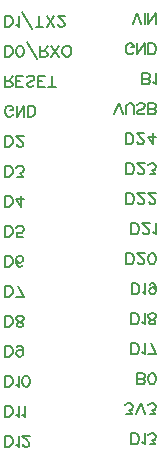
<source format=gbo>
G04 Layer: BottomSilkscreenLayer*
G04 EasyEDA v6.5.39, 2024-01-29 12:40:10*
G04 1567c4b6a1884de9a48abf35515e7f19,8c112253a0c947cbb1dd5c82d68696a1,10*
G04 Gerber Generator version 0.2*
G04 Scale: 100 percent, Rotated: No, Reflected: No *
G04 Dimensions in millimeters *
G04 leading zeros omitted , absolute positions ,4 integer and 5 decimal *
%FSLAX45Y45*%
%MOMM*%

%ADD10C,0.2032*%

%LPD*%
D10*
X1160292Y768197D02*
G01*
X1160292Y863701D01*
X1160292Y768197D02*
G01*
X1192042Y768197D01*
X1205758Y772769D01*
X1214902Y781659D01*
X1219474Y790803D01*
X1224046Y804519D01*
X1224046Y827125D01*
X1219474Y840841D01*
X1214902Y849985D01*
X1205758Y859129D01*
X1192042Y863701D01*
X1160292Y863701D01*
X1254018Y786231D02*
G01*
X1262908Y781659D01*
X1276624Y768197D01*
X1276624Y863701D01*
X1311168Y790803D02*
G01*
X1311168Y786231D01*
X1315740Y777341D01*
X1320312Y772769D01*
X1329456Y768197D01*
X1347490Y768197D01*
X1356634Y772769D01*
X1361206Y777341D01*
X1365778Y786231D01*
X1365778Y795375D01*
X1361206Y804519D01*
X1352062Y818235D01*
X1306596Y863701D01*
X1370350Y863701D01*
X1160292Y1022197D02*
G01*
X1160292Y1117701D01*
X1160292Y1022197D02*
G01*
X1192042Y1022197D01*
X1205758Y1026769D01*
X1214902Y1035659D01*
X1219474Y1044803D01*
X1224046Y1058519D01*
X1224046Y1081125D01*
X1219474Y1094841D01*
X1214902Y1103985D01*
X1205758Y1113129D01*
X1192042Y1117701D01*
X1160292Y1117701D01*
X1254018Y1040231D02*
G01*
X1262908Y1035659D01*
X1276624Y1022197D01*
X1276624Y1117701D01*
X1306596Y1040231D02*
G01*
X1315740Y1035659D01*
X1329456Y1022197D01*
X1329456Y1117701D01*
X1160292Y1276197D02*
G01*
X1160292Y1371701D01*
X1160292Y1276197D02*
G01*
X1192042Y1276197D01*
X1205758Y1280769D01*
X1214902Y1289659D01*
X1219474Y1298803D01*
X1224046Y1312519D01*
X1224046Y1335125D01*
X1219474Y1348841D01*
X1214902Y1357985D01*
X1205758Y1367129D01*
X1192042Y1371701D01*
X1160292Y1371701D01*
X1254018Y1294231D02*
G01*
X1262908Y1289659D01*
X1276624Y1276197D01*
X1276624Y1371701D01*
X1334028Y1276197D02*
G01*
X1320312Y1280769D01*
X1311168Y1294231D01*
X1306596Y1317091D01*
X1306596Y1330553D01*
X1311168Y1353413D01*
X1320312Y1367129D01*
X1334028Y1371701D01*
X1342918Y1371701D01*
X1356634Y1367129D01*
X1365778Y1353413D01*
X1370350Y1330553D01*
X1370350Y1317091D01*
X1365778Y1294231D01*
X1356634Y1280769D01*
X1342918Y1276197D01*
X1334028Y1276197D01*
X1160292Y1530197D02*
G01*
X1160292Y1625701D01*
X1160292Y1530197D02*
G01*
X1192042Y1530197D01*
X1205758Y1534769D01*
X1214902Y1543659D01*
X1219474Y1552803D01*
X1224046Y1566519D01*
X1224046Y1589125D01*
X1219474Y1602841D01*
X1214902Y1611985D01*
X1205758Y1621129D01*
X1192042Y1625701D01*
X1160292Y1625701D01*
X1312946Y1561947D02*
G01*
X1308374Y1575663D01*
X1299484Y1584553D01*
X1285768Y1589125D01*
X1281196Y1589125D01*
X1267480Y1584553D01*
X1258590Y1575663D01*
X1254018Y1561947D01*
X1254018Y1557375D01*
X1258590Y1543659D01*
X1267480Y1534769D01*
X1281196Y1530197D01*
X1285768Y1530197D01*
X1299484Y1534769D01*
X1308374Y1543659D01*
X1312946Y1561947D01*
X1312946Y1584553D01*
X1308374Y1607413D01*
X1299484Y1621129D01*
X1285768Y1625701D01*
X1276624Y1625701D01*
X1262908Y1621129D01*
X1258590Y1611985D01*
X1160292Y1784197D02*
G01*
X1160292Y1879701D01*
X1160292Y1784197D02*
G01*
X1192042Y1784197D01*
X1205758Y1788769D01*
X1214902Y1797659D01*
X1219474Y1806803D01*
X1224046Y1820519D01*
X1224046Y1843125D01*
X1219474Y1856841D01*
X1214902Y1865985D01*
X1205758Y1875129D01*
X1192042Y1879701D01*
X1160292Y1879701D01*
X1276624Y1784197D02*
G01*
X1262908Y1788769D01*
X1258590Y1797659D01*
X1258590Y1806803D01*
X1262908Y1815947D01*
X1272052Y1820519D01*
X1290340Y1825091D01*
X1303802Y1829663D01*
X1312946Y1838553D01*
X1317518Y1847697D01*
X1317518Y1861413D01*
X1312946Y1870557D01*
X1308374Y1875129D01*
X1294912Y1879701D01*
X1276624Y1879701D01*
X1262908Y1875129D01*
X1258590Y1870557D01*
X1254018Y1861413D01*
X1254018Y1847697D01*
X1258590Y1838553D01*
X1267480Y1829663D01*
X1281196Y1825091D01*
X1299484Y1820519D01*
X1308374Y1815947D01*
X1312946Y1806803D01*
X1312946Y1797659D01*
X1308374Y1788769D01*
X1294912Y1784197D01*
X1276624Y1784197D01*
X1160292Y2038197D02*
G01*
X1160292Y2133701D01*
X1160292Y2038197D02*
G01*
X1192042Y2038197D01*
X1205758Y2042769D01*
X1214902Y2051659D01*
X1219474Y2060803D01*
X1224046Y2074519D01*
X1224046Y2097125D01*
X1219474Y2110841D01*
X1214902Y2119985D01*
X1205758Y2129129D01*
X1192042Y2133701D01*
X1160292Y2133701D01*
X1317518Y2038197D02*
G01*
X1272052Y2133701D01*
X1254018Y2038197D02*
G01*
X1317518Y2038197D01*
X1160292Y2292197D02*
G01*
X1160292Y2387701D01*
X1160292Y2292197D02*
G01*
X1192042Y2292197D01*
X1205758Y2296769D01*
X1214902Y2305659D01*
X1219474Y2314803D01*
X1224046Y2328519D01*
X1224046Y2351125D01*
X1219474Y2364841D01*
X1214902Y2373985D01*
X1205758Y2383129D01*
X1192042Y2387701D01*
X1160292Y2387701D01*
X1308374Y2305659D02*
G01*
X1303802Y2296769D01*
X1290340Y2292197D01*
X1281196Y2292197D01*
X1267480Y2296769D01*
X1258590Y2310231D01*
X1254018Y2333091D01*
X1254018Y2355697D01*
X1258590Y2373985D01*
X1267480Y2383129D01*
X1281196Y2387701D01*
X1285768Y2387701D01*
X1299484Y2383129D01*
X1308374Y2373985D01*
X1312946Y2360269D01*
X1312946Y2355697D01*
X1308374Y2342235D01*
X1299484Y2333091D01*
X1285768Y2328519D01*
X1281196Y2328519D01*
X1267480Y2333091D01*
X1258590Y2342235D01*
X1254018Y2355697D01*
X1160292Y2546197D02*
G01*
X1160292Y2641701D01*
X1160292Y2546197D02*
G01*
X1192042Y2546197D01*
X1205758Y2550769D01*
X1214902Y2559659D01*
X1219474Y2568803D01*
X1224046Y2582519D01*
X1224046Y2605125D01*
X1219474Y2618841D01*
X1214902Y2627985D01*
X1205758Y2637129D01*
X1192042Y2641701D01*
X1160292Y2641701D01*
X1308374Y2546197D02*
G01*
X1262908Y2546197D01*
X1258590Y2587091D01*
X1262908Y2582519D01*
X1276624Y2577947D01*
X1290340Y2577947D01*
X1303802Y2582519D01*
X1312946Y2591663D01*
X1317518Y2605125D01*
X1317518Y2614269D01*
X1312946Y2627985D01*
X1303802Y2637129D01*
X1290340Y2641701D01*
X1276624Y2641701D01*
X1262908Y2637129D01*
X1258590Y2632557D01*
X1254018Y2623413D01*
X1160292Y2800197D02*
G01*
X1160292Y2895701D01*
X1160292Y2800197D02*
G01*
X1192042Y2800197D01*
X1205758Y2804769D01*
X1214902Y2813659D01*
X1219474Y2822803D01*
X1224046Y2836519D01*
X1224046Y2859125D01*
X1219474Y2872841D01*
X1214902Y2881985D01*
X1205758Y2891129D01*
X1192042Y2895701D01*
X1160292Y2895701D01*
X1299484Y2800197D02*
G01*
X1254018Y2863697D01*
X1322090Y2863697D01*
X1299484Y2800197D02*
G01*
X1299484Y2895701D01*
X1160292Y3054197D02*
G01*
X1160292Y3149701D01*
X1160292Y3054197D02*
G01*
X1192042Y3054197D01*
X1205758Y3058769D01*
X1214902Y3067659D01*
X1219474Y3076803D01*
X1224046Y3090519D01*
X1224046Y3113125D01*
X1219474Y3126841D01*
X1214902Y3135985D01*
X1205758Y3145129D01*
X1192042Y3149701D01*
X1160292Y3149701D01*
X1262908Y3054197D02*
G01*
X1312946Y3054197D01*
X1285768Y3090519D01*
X1299484Y3090519D01*
X1308374Y3095091D01*
X1312946Y3099663D01*
X1317518Y3113125D01*
X1317518Y3122269D01*
X1312946Y3135985D01*
X1303802Y3145129D01*
X1290340Y3149701D01*
X1276624Y3149701D01*
X1262908Y3145129D01*
X1258590Y3140557D01*
X1254018Y3131413D01*
X1160292Y3308197D02*
G01*
X1160292Y3403701D01*
X1160292Y3308197D02*
G01*
X1192042Y3308197D01*
X1205758Y3312769D01*
X1214902Y3321659D01*
X1219474Y3330803D01*
X1224046Y3344519D01*
X1224046Y3367125D01*
X1219474Y3380841D01*
X1214902Y3389985D01*
X1205758Y3399129D01*
X1192042Y3403701D01*
X1160292Y3403701D01*
X1258590Y3330803D02*
G01*
X1258590Y3326231D01*
X1262908Y3317087D01*
X1267480Y3312769D01*
X1276624Y3308197D01*
X1294912Y3308197D01*
X1303802Y3312769D01*
X1308374Y3317087D01*
X1312946Y3326231D01*
X1312946Y3335375D01*
X1308374Y3344519D01*
X1299484Y3358235D01*
X1254018Y3403701D01*
X1317518Y3403701D01*
X1228364Y3584803D02*
G01*
X1224046Y3575659D01*
X1214902Y3566769D01*
X1205758Y3562197D01*
X1187470Y3562197D01*
X1178580Y3566769D01*
X1169436Y3575659D01*
X1164864Y3584803D01*
X1160292Y3598519D01*
X1160292Y3621125D01*
X1164864Y3634841D01*
X1169436Y3643985D01*
X1178580Y3653129D01*
X1187470Y3657701D01*
X1205758Y3657701D01*
X1214902Y3653129D01*
X1224046Y3643985D01*
X1228364Y3634841D01*
X1228364Y3621125D01*
X1205758Y3621125D02*
G01*
X1228364Y3621125D01*
X1258590Y3562197D02*
G01*
X1258590Y3657701D01*
X1258590Y3562197D02*
G01*
X1322090Y3657701D01*
X1322090Y3562197D02*
G01*
X1322090Y3657701D01*
X1352062Y3562197D02*
G01*
X1352062Y3657701D01*
X1352062Y3562197D02*
G01*
X1383812Y3562197D01*
X1397528Y3566769D01*
X1406672Y3575659D01*
X1411244Y3584803D01*
X1415816Y3598519D01*
X1415816Y3621125D01*
X1411244Y3634841D01*
X1406672Y3643985D01*
X1397528Y3653129D01*
X1383812Y3657701D01*
X1352062Y3657701D01*
X1160292Y3816197D02*
G01*
X1160292Y3911447D01*
X1160292Y3816197D02*
G01*
X1201186Y3816197D01*
X1214902Y3820769D01*
X1219474Y3825087D01*
X1224046Y3834231D01*
X1224046Y3843375D01*
X1219474Y3852519D01*
X1214902Y3857091D01*
X1201186Y3861663D01*
X1160292Y3861663D01*
X1192042Y3861663D02*
G01*
X1224046Y3911447D01*
X1254018Y3816197D02*
G01*
X1254018Y3911447D01*
X1254018Y3816197D02*
G01*
X1312946Y3816197D01*
X1254018Y3861663D02*
G01*
X1290340Y3861663D01*
X1254018Y3911447D02*
G01*
X1312946Y3911447D01*
X1406672Y3829659D02*
G01*
X1397528Y3820769D01*
X1383812Y3816197D01*
X1365778Y3816197D01*
X1352062Y3820769D01*
X1342918Y3829659D01*
X1342918Y3838803D01*
X1347490Y3847947D01*
X1352062Y3852519D01*
X1361206Y3857091D01*
X1388384Y3866235D01*
X1397528Y3870553D01*
X1402100Y3875125D01*
X1406672Y3884269D01*
X1406672Y3897985D01*
X1397528Y3907129D01*
X1383812Y3911447D01*
X1365778Y3911447D01*
X1352062Y3907129D01*
X1342918Y3897985D01*
X1436644Y3816197D02*
G01*
X1436644Y3911447D01*
X1436644Y3816197D02*
G01*
X1495826Y3816197D01*
X1436644Y3861663D02*
G01*
X1472966Y3861663D01*
X1436644Y3911447D02*
G01*
X1495826Y3911447D01*
X1557548Y3816197D02*
G01*
X1557548Y3911447D01*
X1525798Y3816197D02*
G01*
X1589298Y3816197D01*
X1160292Y4070197D02*
G01*
X1160292Y4165447D01*
X1160292Y4070197D02*
G01*
X1192042Y4070197D01*
X1205758Y4074769D01*
X1214902Y4083659D01*
X1219474Y4092803D01*
X1224046Y4106519D01*
X1224046Y4129125D01*
X1219474Y4142841D01*
X1214902Y4151985D01*
X1205758Y4161129D01*
X1192042Y4165447D01*
X1160292Y4165447D01*
X1281196Y4070197D02*
G01*
X1267480Y4074769D01*
X1258590Y4088231D01*
X1254018Y4111091D01*
X1254018Y4124553D01*
X1258590Y4147413D01*
X1267480Y4161129D01*
X1281196Y4165447D01*
X1290340Y4165447D01*
X1303802Y4161129D01*
X1312946Y4147413D01*
X1317518Y4124553D01*
X1317518Y4111091D01*
X1312946Y4088231D01*
X1303802Y4074769D01*
X1290340Y4070197D01*
X1281196Y4070197D01*
X1429278Y4051909D02*
G01*
X1347490Y4197451D01*
X1459504Y4070197D02*
G01*
X1459504Y4165447D01*
X1459504Y4070197D02*
G01*
X1500398Y4070197D01*
X1513860Y4074769D01*
X1518432Y4079087D01*
X1523004Y4088231D01*
X1523004Y4097375D01*
X1518432Y4106519D01*
X1513860Y4111091D01*
X1500398Y4115663D01*
X1459504Y4115663D01*
X1491254Y4115663D02*
G01*
X1523004Y4165447D01*
X1552976Y4070197D02*
G01*
X1616730Y4165447D01*
X1616730Y4070197D02*
G01*
X1552976Y4165447D01*
X1673880Y4070197D02*
G01*
X1664736Y4074769D01*
X1655846Y4083659D01*
X1651274Y4092803D01*
X1646702Y4106519D01*
X1646702Y4129125D01*
X1651274Y4142841D01*
X1655846Y4151985D01*
X1664736Y4161129D01*
X1673880Y4165447D01*
X1692168Y4165447D01*
X1701312Y4161129D01*
X1710202Y4151985D01*
X1714774Y4142841D01*
X1719346Y4129125D01*
X1719346Y4106519D01*
X1714774Y4092803D01*
X1710202Y4083659D01*
X1701312Y4074769D01*
X1692168Y4070197D01*
X1673880Y4070197D01*
X1160292Y4324197D02*
G01*
X1160292Y4419447D01*
X1160292Y4324197D02*
G01*
X1192042Y4324197D01*
X1205758Y4328769D01*
X1214902Y4337659D01*
X1219474Y4346803D01*
X1224046Y4360519D01*
X1224046Y4383125D01*
X1219474Y4396841D01*
X1214902Y4405985D01*
X1205758Y4415129D01*
X1192042Y4419447D01*
X1160292Y4419447D01*
X1254018Y4342231D02*
G01*
X1262908Y4337659D01*
X1276624Y4324197D01*
X1276624Y4419447D01*
X1388384Y4305909D02*
G01*
X1306596Y4451451D01*
X1450360Y4324197D02*
G01*
X1450360Y4419447D01*
X1418356Y4324197D02*
G01*
X1482110Y4324197D01*
X1512082Y4324197D02*
G01*
X1575836Y4419447D01*
X1575836Y4324197D02*
G01*
X1512082Y4419447D01*
X1610380Y4346803D02*
G01*
X1610380Y4342231D01*
X1614952Y4333087D01*
X1619270Y4328769D01*
X1628414Y4324197D01*
X1646702Y4324197D01*
X1655846Y4328769D01*
X1660164Y4333087D01*
X1664736Y4342231D01*
X1664736Y4351375D01*
X1660164Y4360519D01*
X1651274Y4374235D01*
X1605808Y4419447D01*
X1669308Y4419447D01*
X2241877Y4344598D02*
G01*
X2278199Y4439848D01*
X2314521Y4344598D02*
G01*
X2278199Y4439848D01*
X2344493Y4344598D02*
G01*
X2344493Y4439848D01*
X2374719Y4344598D02*
G01*
X2374719Y4439848D01*
X2374719Y4344598D02*
G01*
X2438219Y4439848D01*
X2438219Y4344598D02*
G01*
X2438219Y4439848D01*
X2250765Y4113204D02*
G01*
X2246447Y4104060D01*
X2237303Y4095170D01*
X2228159Y4090598D01*
X2209871Y4090598D01*
X2200981Y4095170D01*
X2191837Y4104060D01*
X2187265Y4113204D01*
X2182693Y4126920D01*
X2182693Y4149526D01*
X2187265Y4163242D01*
X2191837Y4172386D01*
X2200981Y4181530D01*
X2209871Y4185848D01*
X2228159Y4185848D01*
X2237303Y4181530D01*
X2246447Y4172386D01*
X2250765Y4163242D01*
X2250765Y4149526D01*
X2228159Y4149526D02*
G01*
X2250765Y4149526D01*
X2280991Y4090598D02*
G01*
X2280991Y4185848D01*
X2280991Y4090598D02*
G01*
X2344491Y4185848D01*
X2344491Y4090598D02*
G01*
X2344491Y4185848D01*
X2374463Y4090598D02*
G01*
X2374463Y4185848D01*
X2374463Y4090598D02*
G01*
X2406213Y4090598D01*
X2419929Y4095170D01*
X2429073Y4104060D01*
X2433645Y4113204D01*
X2438217Y4126920D01*
X2438217Y4149526D01*
X2433645Y4163242D01*
X2429073Y4172386D01*
X2419929Y4181530D01*
X2406213Y4185848D01*
X2374463Y4185848D01*
X2321885Y3836598D02*
G01*
X2321885Y3931848D01*
X2321885Y3836598D02*
G01*
X2362779Y3836598D01*
X2376495Y3841170D01*
X2381067Y3845488D01*
X2385639Y3854632D01*
X2385639Y3863776D01*
X2381067Y3872920D01*
X2376495Y3877492D01*
X2362779Y3882064D01*
X2321885Y3882064D02*
G01*
X2362779Y3882064D01*
X2376495Y3886636D01*
X2381067Y3890954D01*
X2385639Y3900098D01*
X2385639Y3913814D01*
X2381067Y3922958D01*
X2376495Y3927530D01*
X2362779Y3931848D01*
X2321885Y3931848D01*
X2415611Y3854632D02*
G01*
X2424501Y3850060D01*
X2438217Y3836598D01*
X2438217Y3931848D01*
X2084646Y3582598D02*
G01*
X2120968Y3678102D01*
X2157290Y3582598D02*
G01*
X2120968Y3678102D01*
X2187262Y3582598D02*
G01*
X2187262Y3650670D01*
X2191834Y3664386D01*
X2200978Y3673530D01*
X2214694Y3678102D01*
X2223838Y3678102D01*
X2237300Y3673530D01*
X2246444Y3664386D01*
X2251016Y3650670D01*
X2251016Y3582598D01*
X2344742Y3596060D02*
G01*
X2335598Y3587170D01*
X2321882Y3582598D01*
X2303848Y3582598D01*
X2290132Y3587170D01*
X2280988Y3596060D01*
X2280988Y3605204D01*
X2285560Y3614348D01*
X2290132Y3618920D01*
X2299276Y3623492D01*
X2326454Y3632636D01*
X2335598Y3636954D01*
X2340170Y3641526D01*
X2344742Y3650670D01*
X2344742Y3664386D01*
X2335598Y3673530D01*
X2321882Y3678102D01*
X2303848Y3678102D01*
X2290132Y3673530D01*
X2280988Y3664386D01*
X2374714Y3582598D02*
G01*
X2374714Y3678102D01*
X2374714Y3582598D02*
G01*
X2415608Y3582598D01*
X2429070Y3587170D01*
X2433642Y3591488D01*
X2438214Y3600632D01*
X2438214Y3609776D01*
X2433642Y3618920D01*
X2429070Y3623492D01*
X2415608Y3628064D01*
X2374714Y3628064D02*
G01*
X2415608Y3628064D01*
X2429070Y3632636D01*
X2433642Y3636954D01*
X2438214Y3646098D01*
X2438214Y3659814D01*
X2433642Y3668958D01*
X2429070Y3673530D01*
X2415608Y3678102D01*
X2374714Y3678102D01*
X2182693Y3328598D02*
G01*
X2182693Y3424102D01*
X2182693Y3328598D02*
G01*
X2214443Y3328598D01*
X2228159Y3333170D01*
X2237303Y3342060D01*
X2241875Y3351204D01*
X2246447Y3364920D01*
X2246447Y3387526D01*
X2241875Y3401242D01*
X2237303Y3410386D01*
X2228159Y3419530D01*
X2214443Y3424102D01*
X2182693Y3424102D01*
X2280991Y3351204D02*
G01*
X2280991Y3346632D01*
X2285309Y3337488D01*
X2289881Y3333170D01*
X2299025Y3328598D01*
X2317313Y3328598D01*
X2326203Y3333170D01*
X2330775Y3337488D01*
X2335347Y3346632D01*
X2335347Y3355776D01*
X2330775Y3364920D01*
X2321885Y3378636D01*
X2276419Y3424102D01*
X2339919Y3424102D01*
X2415357Y3328598D02*
G01*
X2369891Y3392098D01*
X2438217Y3392098D01*
X2415357Y3328598D02*
G01*
X2415357Y3424102D01*
X2187262Y3074598D02*
G01*
X2187262Y3170102D01*
X2187262Y3074598D02*
G01*
X2219012Y3074598D01*
X2232728Y3079170D01*
X2241872Y3088060D01*
X2246444Y3097204D01*
X2251016Y3110920D01*
X2251016Y3133526D01*
X2246444Y3147242D01*
X2241872Y3156386D01*
X2232728Y3165530D01*
X2219012Y3170102D01*
X2187262Y3170102D01*
X2285560Y3097204D02*
G01*
X2285560Y3092632D01*
X2289878Y3083488D01*
X2294450Y3079170D01*
X2303594Y3074598D01*
X2321882Y3074598D01*
X2330772Y3079170D01*
X2335344Y3083488D01*
X2339916Y3092632D01*
X2339916Y3101776D01*
X2335344Y3110920D01*
X2326454Y3124636D01*
X2280988Y3170102D01*
X2344488Y3170102D01*
X2383604Y3074598D02*
G01*
X2433642Y3074598D01*
X2406464Y3110920D01*
X2419926Y3110920D01*
X2429070Y3115492D01*
X2433642Y3120064D01*
X2438214Y3133526D01*
X2438214Y3142670D01*
X2433642Y3156386D01*
X2424498Y3165530D01*
X2410782Y3170102D01*
X2397320Y3170102D01*
X2383604Y3165530D01*
X2379032Y3160958D01*
X2374460Y3151814D01*
X2187262Y2820598D02*
G01*
X2187262Y2916102D01*
X2187262Y2820598D02*
G01*
X2219012Y2820598D01*
X2232728Y2825170D01*
X2241872Y2834060D01*
X2246444Y2843204D01*
X2251016Y2856920D01*
X2251016Y2879526D01*
X2246444Y2893242D01*
X2241872Y2902386D01*
X2232728Y2911530D01*
X2219012Y2916102D01*
X2187262Y2916102D01*
X2285560Y2843204D02*
G01*
X2285560Y2838632D01*
X2289878Y2829488D01*
X2294450Y2825170D01*
X2303594Y2820598D01*
X2321882Y2820598D01*
X2330772Y2825170D01*
X2335344Y2829488D01*
X2339916Y2838632D01*
X2339916Y2847776D01*
X2335344Y2856920D01*
X2326454Y2870636D01*
X2280988Y2916102D01*
X2344488Y2916102D01*
X2379032Y2843204D02*
G01*
X2379032Y2838632D01*
X2383604Y2829488D01*
X2388176Y2825170D01*
X2397320Y2820598D01*
X2415354Y2820598D01*
X2424498Y2825170D01*
X2429070Y2829488D01*
X2433642Y2838632D01*
X2433642Y2847776D01*
X2429070Y2856920D01*
X2419926Y2870636D01*
X2374460Y2916102D01*
X2438214Y2916102D01*
X2228159Y2566598D02*
G01*
X2228159Y2662102D01*
X2228159Y2566598D02*
G01*
X2259909Y2566598D01*
X2273625Y2571170D01*
X2282769Y2580060D01*
X2287341Y2589204D01*
X2291913Y2602920D01*
X2291913Y2625526D01*
X2287341Y2639242D01*
X2282769Y2648386D01*
X2273625Y2657530D01*
X2259909Y2662102D01*
X2228159Y2662102D01*
X2326457Y2589204D02*
G01*
X2326457Y2584632D01*
X2330775Y2575488D01*
X2335347Y2571170D01*
X2344491Y2566598D01*
X2362779Y2566598D01*
X2371669Y2571170D01*
X2376241Y2575488D01*
X2380813Y2584632D01*
X2380813Y2593776D01*
X2376241Y2602920D01*
X2367351Y2616636D01*
X2321885Y2662102D01*
X2385385Y2662102D01*
X2415357Y2584632D02*
G01*
X2424501Y2580060D01*
X2438217Y2566598D01*
X2438217Y2662102D01*
X2187262Y2312598D02*
G01*
X2187262Y2408102D01*
X2187262Y2312598D02*
G01*
X2219012Y2312598D01*
X2232728Y2317170D01*
X2241872Y2326060D01*
X2246444Y2335204D01*
X2251016Y2348920D01*
X2251016Y2371526D01*
X2246444Y2385242D01*
X2241872Y2394386D01*
X2232728Y2403530D01*
X2219012Y2408102D01*
X2187262Y2408102D01*
X2285560Y2335204D02*
G01*
X2285560Y2330632D01*
X2289878Y2321742D01*
X2294450Y2317170D01*
X2303594Y2312598D01*
X2321882Y2312598D01*
X2330772Y2317170D01*
X2335344Y2321742D01*
X2339916Y2330632D01*
X2339916Y2339776D01*
X2335344Y2348920D01*
X2326454Y2362636D01*
X2280988Y2408102D01*
X2344488Y2408102D01*
X2401892Y2312598D02*
G01*
X2388176Y2317170D01*
X2379032Y2330632D01*
X2374460Y2353492D01*
X2374460Y2366954D01*
X2379032Y2389814D01*
X2388176Y2403530D01*
X2401892Y2408102D01*
X2410782Y2408102D01*
X2424498Y2403530D01*
X2433642Y2389814D01*
X2438214Y2366954D01*
X2438214Y2353492D01*
X2433642Y2330632D01*
X2424498Y2317170D01*
X2410782Y2312598D01*
X2401892Y2312598D01*
X2232731Y2058598D02*
G01*
X2232731Y2154102D01*
X2232731Y2058598D02*
G01*
X2264481Y2058598D01*
X2278197Y2063170D01*
X2287341Y2072060D01*
X2291913Y2081204D01*
X2296485Y2094920D01*
X2296485Y2117526D01*
X2291913Y2131242D01*
X2287341Y2140386D01*
X2278197Y2149530D01*
X2264481Y2154102D01*
X2232731Y2154102D01*
X2326457Y2076632D02*
G01*
X2335347Y2072060D01*
X2349063Y2058598D01*
X2349063Y2154102D01*
X2438217Y2090348D02*
G01*
X2433645Y2104064D01*
X2424501Y2112954D01*
X2411039Y2117526D01*
X2406467Y2117526D01*
X2392751Y2112954D01*
X2383607Y2104064D01*
X2379035Y2090348D01*
X2379035Y2085776D01*
X2383607Y2072060D01*
X2392751Y2063170D01*
X2406467Y2058598D01*
X2411039Y2058598D01*
X2424501Y2063170D01*
X2433645Y2072060D01*
X2438217Y2090348D01*
X2438217Y2112954D01*
X2433645Y2135814D01*
X2424501Y2149530D01*
X2411039Y2154102D01*
X2401895Y2154102D01*
X2388179Y2149530D01*
X2383607Y2140386D01*
X2228159Y1804598D02*
G01*
X2228159Y1900102D01*
X2228159Y1804598D02*
G01*
X2259909Y1804598D01*
X2273625Y1809170D01*
X2282769Y1818060D01*
X2287341Y1827204D01*
X2291913Y1840920D01*
X2291913Y1863526D01*
X2287341Y1877242D01*
X2282769Y1886386D01*
X2273625Y1895530D01*
X2259909Y1900102D01*
X2228159Y1900102D01*
X2321885Y1822632D02*
G01*
X2330775Y1818060D01*
X2344491Y1804598D01*
X2344491Y1900102D01*
X2397323Y1804598D02*
G01*
X2383607Y1809170D01*
X2379035Y1818060D01*
X2379035Y1827204D01*
X2383607Y1836348D01*
X2392751Y1840920D01*
X2410785Y1845492D01*
X2424501Y1850064D01*
X2433645Y1858954D01*
X2438217Y1868098D01*
X2438217Y1881814D01*
X2433645Y1890958D01*
X2429073Y1895530D01*
X2415357Y1900102D01*
X2397323Y1900102D01*
X2383607Y1895530D01*
X2379035Y1890958D01*
X2374463Y1881814D01*
X2374463Y1868098D01*
X2379035Y1858954D01*
X2388179Y1850064D01*
X2401895Y1845492D01*
X2419929Y1840920D01*
X2429073Y1836348D01*
X2433645Y1827204D01*
X2433645Y1818060D01*
X2429073Y1809170D01*
X2415357Y1804598D01*
X2397323Y1804598D01*
X2228159Y1550598D02*
G01*
X2228159Y1646102D01*
X2228159Y1550598D02*
G01*
X2259909Y1550598D01*
X2273625Y1555170D01*
X2282769Y1564060D01*
X2287341Y1573204D01*
X2291913Y1586920D01*
X2291913Y1609526D01*
X2287341Y1623242D01*
X2282769Y1632386D01*
X2273625Y1641530D01*
X2259909Y1646102D01*
X2228159Y1646102D01*
X2321885Y1568632D02*
G01*
X2330775Y1564060D01*
X2344491Y1550598D01*
X2344491Y1646102D01*
X2438217Y1550598D02*
G01*
X2392751Y1646102D01*
X2374463Y1550598D02*
G01*
X2438217Y1550598D01*
X2280993Y1296598D02*
G01*
X2280993Y1392102D01*
X2280993Y1296598D02*
G01*
X2321887Y1296598D01*
X2335603Y1301170D01*
X2340175Y1305742D01*
X2344747Y1314632D01*
X2344747Y1323776D01*
X2340175Y1332920D01*
X2335603Y1337492D01*
X2321887Y1342064D01*
X2280993Y1342064D02*
G01*
X2321887Y1342064D01*
X2335603Y1346636D01*
X2340175Y1350954D01*
X2344747Y1360098D01*
X2344747Y1373814D01*
X2340175Y1382958D01*
X2335603Y1387530D01*
X2321887Y1392102D01*
X2280993Y1392102D01*
X2401897Y1296598D02*
G01*
X2388181Y1301170D01*
X2379291Y1314632D01*
X2374719Y1337492D01*
X2374719Y1350954D01*
X2379291Y1373814D01*
X2388181Y1387530D01*
X2401897Y1392102D01*
X2411041Y1392102D01*
X2424503Y1387530D01*
X2433647Y1373814D01*
X2438219Y1350954D01*
X2438219Y1337492D01*
X2433647Y1314632D01*
X2424503Y1301170D01*
X2411041Y1296598D01*
X2401897Y1296598D01*
X2187267Y1042598D02*
G01*
X2237305Y1042598D01*
X2209873Y1078920D01*
X2223589Y1078920D01*
X2232733Y1083492D01*
X2237305Y1088064D01*
X2241877Y1101526D01*
X2241877Y1110670D01*
X2237305Y1124386D01*
X2228161Y1133530D01*
X2214445Y1138102D01*
X2200729Y1138102D01*
X2187267Y1133530D01*
X2182695Y1128958D01*
X2178123Y1119814D01*
X2271849Y1042598D02*
G01*
X2308171Y1138102D01*
X2344493Y1042598D02*
G01*
X2308171Y1138102D01*
X2383609Y1042598D02*
G01*
X2433647Y1042598D01*
X2406215Y1078920D01*
X2419931Y1078920D01*
X2429075Y1083492D01*
X2433647Y1088064D01*
X2438219Y1101526D01*
X2438219Y1110670D01*
X2433647Y1124386D01*
X2424503Y1133530D01*
X2410787Y1138102D01*
X2397325Y1138102D01*
X2383609Y1133530D01*
X2379037Y1128958D01*
X2374465Y1119814D01*
X2228159Y788598D02*
G01*
X2228159Y884102D01*
X2228159Y788598D02*
G01*
X2259909Y788598D01*
X2273625Y793170D01*
X2282769Y802060D01*
X2287341Y811204D01*
X2291913Y824920D01*
X2291913Y847526D01*
X2287341Y861242D01*
X2282769Y870386D01*
X2273625Y879530D01*
X2259909Y884102D01*
X2228159Y884102D01*
X2321885Y806632D02*
G01*
X2330775Y802060D01*
X2344491Y788598D01*
X2344491Y884102D01*
X2383607Y788598D02*
G01*
X2433645Y788598D01*
X2406467Y824920D01*
X2419929Y824920D01*
X2429073Y829492D01*
X2433645Y834064D01*
X2438217Y847526D01*
X2438217Y856670D01*
X2433645Y870386D01*
X2424501Y879530D01*
X2410785Y884102D01*
X2397323Y884102D01*
X2383607Y879530D01*
X2379035Y874958D01*
X2374463Y865814D01*
M02*

</source>
